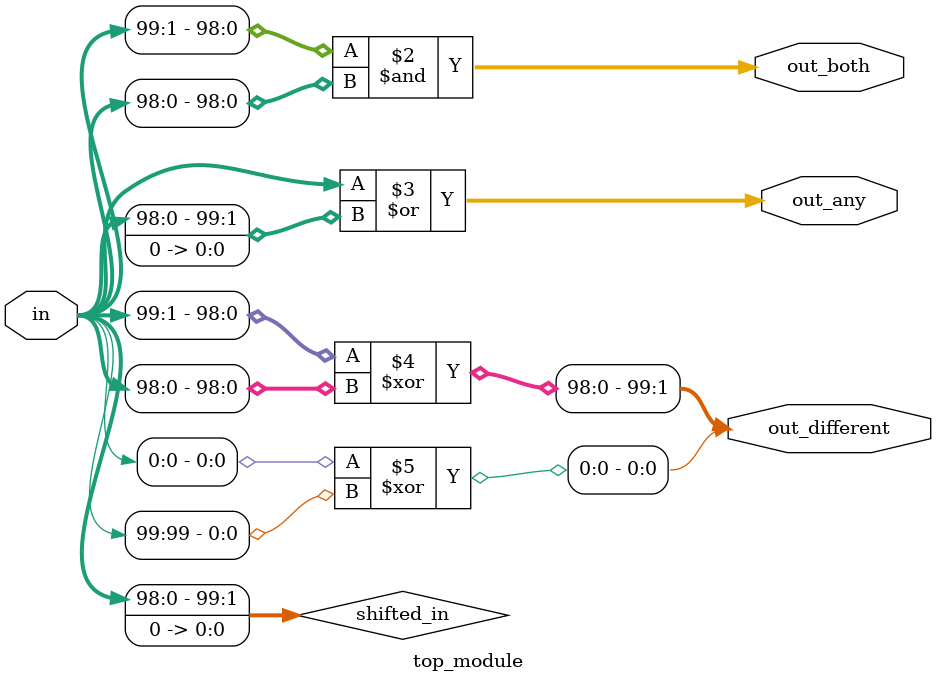
<source format=sv>
module top_module (
    input [99:0] in,
    output [98:0] out_both,
    output [99:0] out_any,
    output [99:0] out_different
);

    wire [99:0] shifted_in;

    // Shift the input vector to the left by 1 bit
    assign shifted_in = in << 1;

    // Generate out_both output using bitwise AND operation (resulting in a 99-bit vector)
    assign out_both = in[99:1] & in[98:0];

    // Generate out_any output using bitwise OR operation (resulting in a 100-bit vector)
    assign out_any = in | shifted_in;

    // Generate out_different output using bitwise XOR operation (resulting in a 100-bit vector)
    assign out_different[99:1] = in[99:1] ^ in[98:0];
    assign out_different[0] = in[0] ^ in[99];

endmodule

</source>
